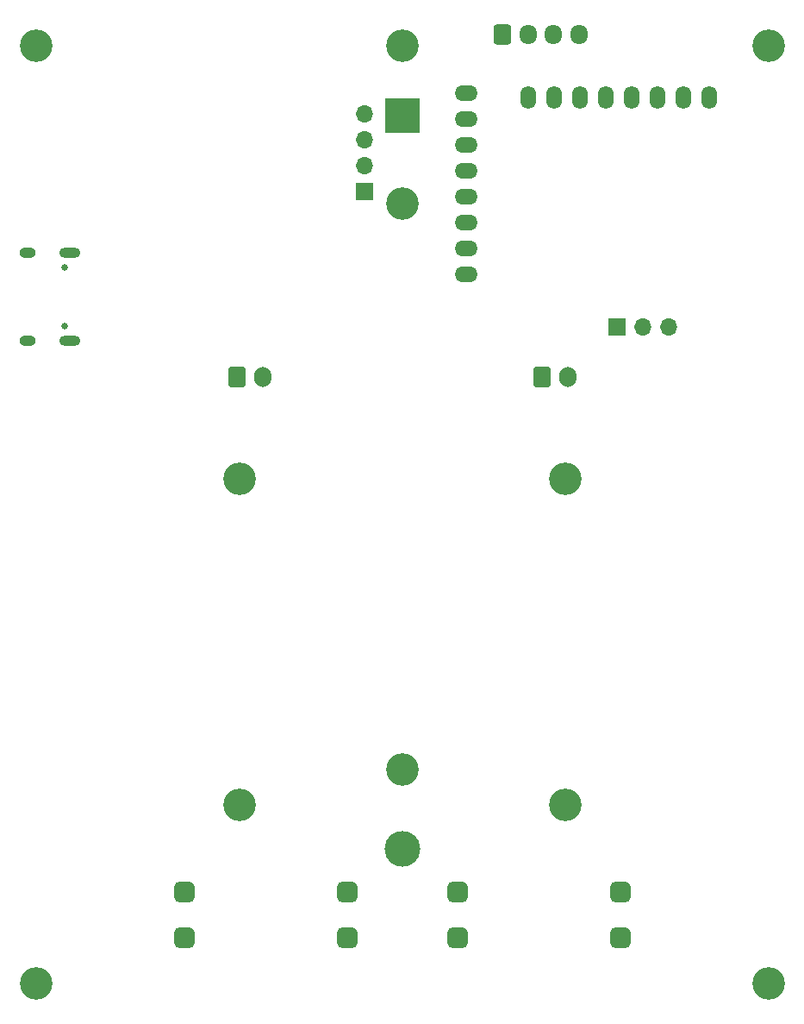
<source format=gbr>
%TF.GenerationSoftware,KiCad,Pcbnew,(6.0.7)*%
%TF.CreationDate,2022-09-24T23:46:27+02:00*%
%TF.ProjectId,airstream_controller,61697273-7472-4656-916d-5f636f6e7472,rev?*%
%TF.SameCoordinates,Original*%
%TF.FileFunction,Soldermask,Bot*%
%TF.FilePolarity,Negative*%
%FSLAX46Y46*%
G04 Gerber Fmt 4.6, Leading zero omitted, Abs format (unit mm)*
G04 Created by KiCad (PCBNEW (6.0.7)) date 2022-09-24 23:46:27*
%MOMM*%
%LPD*%
G01*
G04 APERTURE LIST*
G04 Aperture macros list*
%AMRoundRect*
0 Rectangle with rounded corners*
0 $1 Rounding radius*
0 $2 $3 $4 $5 $6 $7 $8 $9 X,Y pos of 4 corners*
0 Add a 4 corners polygon primitive as box body*
4,1,4,$2,$3,$4,$5,$6,$7,$8,$9,$2,$3,0*
0 Add four circle primitives for the rounded corners*
1,1,$1+$1,$2,$3*
1,1,$1+$1,$4,$5*
1,1,$1+$1,$6,$7*
1,1,$1+$1,$8,$9*
0 Add four rect primitives between the rounded corners*
20,1,$1+$1,$2,$3,$4,$5,0*
20,1,$1+$1,$4,$5,$6,$7,0*
20,1,$1+$1,$6,$7,$8,$9,0*
20,1,$1+$1,$8,$9,$2,$3,0*%
G04 Aperture macros list end*
%ADD10R,1.700000X1.700000*%
%ADD11O,1.700000X1.700000*%
%ADD12O,2.268000X1.524000*%
%ADD13C,3.200000*%
%ADD14RoundRect,0.250000X-0.600000X-0.750000X0.600000X-0.750000X0.600000X0.750000X-0.600000X0.750000X0*%
%ADD15O,1.700000X2.000000*%
%ADD16C,0.650000*%
%ADD17O,1.600000X1.000000*%
%ADD18O,2.100000X1.000000*%
%ADD19R,3.500000X3.500000*%
%ADD20C,3.500000*%
%ADD21RoundRect,0.500000X-0.500000X-0.500000X0.500000X-0.500000X0.500000X0.500000X-0.500000X0.500000X0*%
%ADD22O,1.524000X2.268000*%
%ADD23RoundRect,0.250000X-0.600000X-0.725000X0.600000X-0.725000X0.600000X0.725000X-0.600000X0.725000X0*%
%ADD24O,1.700000X1.950000*%
G04 APERTURE END LIST*
D10*
%TO.C,J6*%
X56300000Y-38300000D03*
D11*
X56300000Y-35760000D03*
X56300000Y-33220000D03*
X56300000Y-30680000D03*
%TD*%
D12*
%TO.C,U9*%
X66262500Y-28597500D03*
X66262500Y-31137500D03*
X66262500Y-33677500D03*
X66262500Y-36217500D03*
X66262500Y-38757500D03*
X66262500Y-41297500D03*
X66262500Y-43837500D03*
X66262500Y-46377500D03*
%TD*%
D13*
%TO.C,H6*%
X96000000Y-116000000D03*
%TD*%
%TO.C,H7*%
X24000000Y-116000000D03*
%TD*%
D14*
%TO.C,J3*%
X43750000Y-56475000D03*
D15*
X46250000Y-56475000D03*
%TD*%
D13*
%TO.C,H2*%
X44000000Y-98500000D03*
%TD*%
D16*
%TO.C,J1*%
X26800000Y-51490000D03*
X26800000Y-45710000D03*
D17*
X23150000Y-52920000D03*
X23150000Y-44280000D03*
D18*
X27330000Y-44280000D03*
X27330000Y-52920000D03*
%TD*%
D13*
%TO.C,H4*%
X76000000Y-66500000D03*
%TD*%
D14*
%TO.C,J5*%
X73750000Y-56475000D03*
D15*
X76250000Y-56475000D03*
%TD*%
D13*
%TO.C,H3*%
X76000000Y-98500000D03*
%TD*%
%TO.C,BT1*%
X60000000Y-95055000D03*
X60000000Y-39445000D03*
D19*
X60000000Y-30800000D03*
D20*
X60000000Y-102800000D03*
%TD*%
D13*
%TO.C,H5*%
X96000000Y-24000000D03*
%TD*%
%TO.C,H9*%
X60000000Y-24000000D03*
%TD*%
D21*
%TO.C,U7*%
X65455000Y-107050000D03*
X65455000Y-111550000D03*
X81455000Y-111550000D03*
X81455000Y-107050000D03*
%TD*%
D13*
%TO.C,H8*%
X24000000Y-24000000D03*
%TD*%
D22*
%TO.C,U4*%
X72372500Y-29087500D03*
X74912500Y-29087500D03*
X77452500Y-29087500D03*
X79992500Y-29087500D03*
X82532500Y-29087500D03*
X85072500Y-29087500D03*
X87612500Y-29087500D03*
X90152500Y-29087500D03*
%TD*%
D21*
%TO.C,U8*%
X38555000Y-107050000D03*
X38555000Y-111550000D03*
X54555000Y-111550000D03*
X54555000Y-107050000D03*
%TD*%
D23*
%TO.C,J2*%
X69850000Y-22875000D03*
D24*
X72350000Y-22875000D03*
X74850000Y-22875000D03*
X77350000Y-22875000D03*
%TD*%
D10*
%TO.C,J4*%
X81060000Y-51600000D03*
D11*
X83600000Y-51600000D03*
X86140000Y-51600000D03*
%TD*%
D13*
%TO.C,H1*%
X44000000Y-66500000D03*
%TD*%
M02*

</source>
